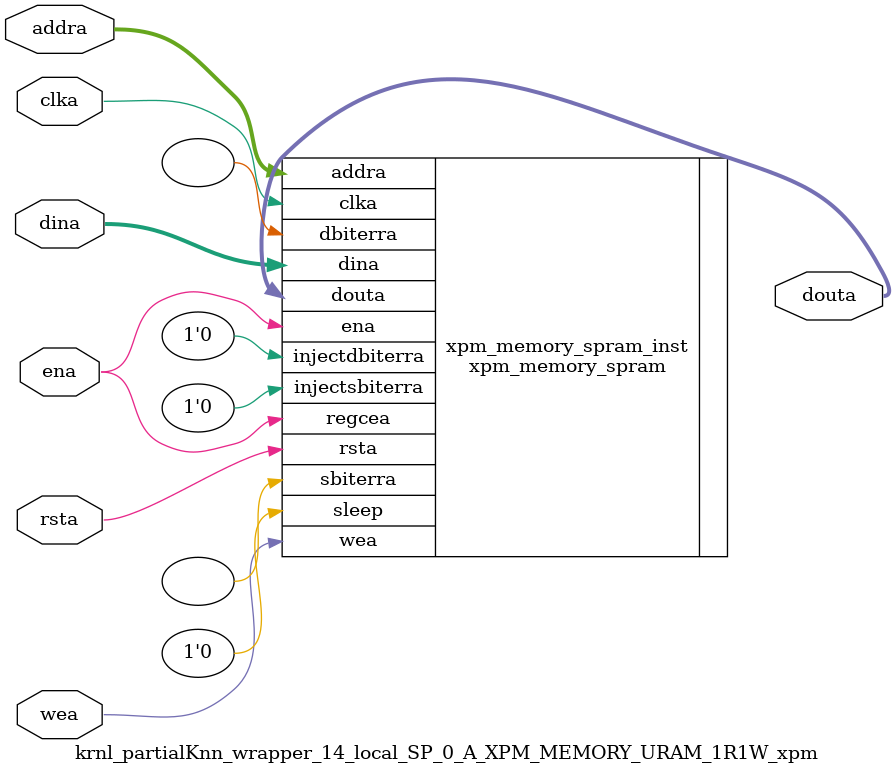
<source format=v>
`timescale 1 ns / 1 ps
module krnl_partialKnn_wrapper_14_local_SP_0_A_XPM_MEMORY_URAM_1R1W_xpm # (
  // Common module parameters
  parameter integer                 MEMORY_SIZE        = 524288,
  parameter                         MEMORY_PRIMITIVE   = "ultra",
  parameter                         ECC_MODE           = "no_ecc",
  parameter                         MEMORY_INIT_FILE   = "none",
  parameter                         WAKEUP_TIME        = "disable_sleep",
  parameter integer                 MESSAGE_CONTROL    = 0,
  // Port A module parameters
  parameter integer                 WRITE_DATA_WIDTH_A = 256,
  parameter integer                 READ_DATA_WIDTH_A  = WRITE_DATA_WIDTH_A,
  parameter integer                 BYTE_WRITE_WIDTH_A = WRITE_DATA_WIDTH_A,
  parameter integer                 ADDR_WIDTH_A       = 11,
  parameter                         READ_RESET_VALUE_A = "0",
  parameter integer                 READ_LATENCY_A     = 1,
  parameter                         WRITE_MODE_A       = "read_first"
) (
  // Port A module ports
  input  wire                                               clka,
  input  wire                                               rsta,
  input  wire                                               ena,
  input  wire [(WRITE_DATA_WIDTH_A/BYTE_WRITE_WIDTH_A)-1:0] wea,
  input  wire [ADDR_WIDTH_A-1:0]                            addra,
  input  wire [WRITE_DATA_WIDTH_A-1:0]                      dina,
  output wire [READ_DATA_WIDTH_A-1:0]                       douta
);
// Set parameter values and connect ports to instantiate an XPM_MEMORY single port RAM configuration
xpm_memory_spram # (
  // Common module parameters
  .MEMORY_SIZE        (MEMORY_SIZE),   //positive integer
  .MEMORY_PRIMITIVE   (MEMORY_PRIMITIVE),      //string; "auto", "distributed", "block" or "ultra";
  .ECC_MODE           (ECC_MODE),      //do not change
  .MEMORY_INIT_FILE   (MEMORY_INIT_FILE), //string; "none" or "<filename>.mem" 
  .MEMORY_INIT_PARAM  (""), //string;
  .WAKEUP_TIME        (WAKEUP_TIME),      //string; "disable_sleep" or "use_sleep_pin"
  .MESSAGE_CONTROL    (MESSAGE_CONTROL),      //do not change
  // Port A module parameters
  .WRITE_DATA_WIDTH_A (WRITE_DATA_WIDTH_A),     //positive integer
  .READ_DATA_WIDTH_A  (READ_DATA_WIDTH_A),     //positive integer
  .BYTE_WRITE_WIDTH_A (BYTE_WRITE_WIDTH_A),     //integer; 8, 9, or WRITE_DATA_WIDTH_A value
  .ADDR_WIDTH_A       (ADDR_WIDTH_A),      //positive integer
  .READ_RESET_VALUE_A (READ_RESET_VALUE_A),  //string
  .READ_LATENCY_A     (READ_LATENCY_A),      //non-negative integer
  .WRITE_MODE_A       (WRITE_MODE_A)       //string; "write_first", "read_first", "no_change"
) xpm_memory_spram_inst (
  // Common module ports
  .sleep          (1'b0),  //do not change
  // Port A module ports
  .clka           (clka),
  .rsta           (rsta),
  .ena            (ena),
  .regcea         (ena),
  .wea            (wea),
  .addra          (addra),
  .dina           (dina),
  .injectsbiterra (1'b0),  //do not change
  .injectdbiterra (1'b0),  //do not change
  .douta          (douta),
  .sbiterra       (),      //do not change
  .dbiterra       ()       //do not change
);
endmodule
</source>
